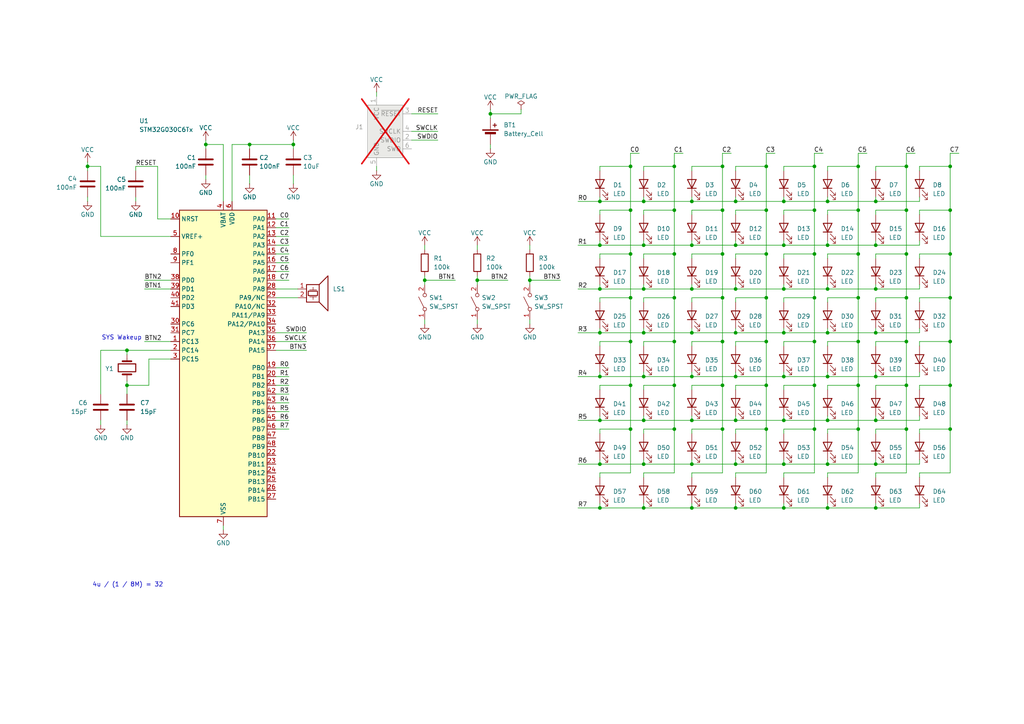
<source format=kicad_sch>
(kicad_sch (version 20250114) (generator "eeschema") (generator_version "9.0")
  (paper "A4")
  (text "SYS Wakeup" (at 35.306 98.044 0) (effects (font (size 1.27 1.27))))
  (text "4u / (1 / 8M) = 32" (at 37.084 169.672 0) (effects (font (size 1.27 1.27))))
  (junction (at 248.92 99.06))
  (junction (at 209.55 124.46))
  (junction (at 240.03 71.12))
  (junction (at 236.22 60.96))
  (junction (at 254 58.42))
  (junction (at 236.22 99.06))
  (junction (at 213.36 121.92))
  (junction (at 213.36 109.22))
  (junction (at 182.88 86.36))
  (junction (at 240.03 109.22))
  (junction (at 213.36 58.42))
  (junction (at 248.92 86.36))
  (junction (at 213.36 134.62))
  (junction (at 36.83 111.76))
  (junction (at 222.25 124.46))
  (junction (at 182.88 99.06))
  (junction (at 213.36 96.52))
  (junction (at 240.03 121.92))
  (junction (at 227.33 71.12))
  (junction (at 173.99 121.92))
  (junction (at 248.92 60.96))
  (junction (at 173.99 134.62))
  (junction (at 227.33 96.52))
  (junction (at 209.55 48.26))
  (junction (at 123.19 81.28))
  (junction (at 25.4 48.26))
  (junction (at 209.55 86.36))
  (junction (at 262.89 48.26))
  (junction (at 240.03 147.32))
  (junction (at 195.58 99.06))
  (junction (at 236.22 124.46))
  (junction (at 186.69 109.22))
  (junction (at 262.89 73.66))
  (junction (at 222.25 73.66))
  (junction (at 213.36 71.12))
  (junction (at 182.88 60.96))
  (junction (at 36.83 101.6))
  (junction (at 236.22 73.66))
  (junction (at 275.59 86.36))
  (junction (at 222.25 99.06))
  (junction (at 275.59 99.06))
  (junction (at 227.33 147.32))
  (junction (at 262.89 60.96))
  (junction (at 222.25 111.76))
  (junction (at 227.33 58.42))
  (junction (at 59.69 41.91))
  (junction (at 254 121.92))
  (junction (at 72.39 41.91))
  (junction (at 200.66 83.82))
  (junction (at 195.58 73.66))
  (junction (at 209.55 99.06))
  (junction (at 173.99 58.42))
  (junction (at 227.33 109.22))
  (junction (at 186.69 96.52))
  (junction (at 254 147.32))
  (junction (at 275.59 111.76))
  (junction (at 186.69 58.42))
  (junction (at 186.69 83.82))
  (junction (at 248.92 111.76))
  (junction (at 182.88 111.76))
  (junction (at 254 83.82))
  (junction (at 195.58 48.26))
  (junction (at 213.36 83.82))
  (junction (at 138.43 81.28))
  (junction (at 222.25 48.26))
  (junction (at 186.69 121.92))
  (junction (at 236.22 111.76))
  (junction (at 195.58 86.36))
  (junction (at 173.99 83.82))
  (junction (at 173.99 109.22))
  (junction (at 248.92 73.66))
  (junction (at 153.67 81.28))
  (junction (at 209.55 73.66))
  (junction (at 227.33 121.92))
  (junction (at 200.66 134.62))
  (junction (at 262.89 124.46))
  (junction (at 173.99 71.12))
  (junction (at 236.22 48.26))
  (junction (at 236.22 86.36))
  (junction (at 275.59 124.46))
  (junction (at 254 96.52))
  (junction (at 200.66 71.12))
  (junction (at 186.69 134.62))
  (junction (at 262.89 111.76))
  (junction (at 254 109.22))
  (junction (at 173.99 147.32))
  (junction (at 248.92 48.26))
  (junction (at 200.66 58.42))
  (junction (at 209.55 111.76))
  (junction (at 254 134.62))
  (junction (at 248.92 124.46))
  (junction (at 85.09 41.91))
  (junction (at 275.59 60.96))
  (junction (at 222.25 86.36))
  (junction (at 200.66 109.22))
  (junction (at 195.58 111.76))
  (junction (at 209.55 60.96))
  (junction (at 227.33 134.62))
  (junction (at 200.66 121.92))
  (junction (at 254 71.12))
  (junction (at 240.03 58.42))
  (junction (at 240.03 83.82))
  (junction (at 275.59 73.66))
  (junction (at 182.88 48.26))
  (junction (at 195.58 60.96))
  (junction (at 182.88 124.46))
  (junction (at 173.99 96.52))
  (junction (at 200.66 147.32))
  (junction (at 213.36 147.32))
  (junction (at 142.24 33.02))
  (junction (at 195.58 124.46))
  (junction (at 240.03 134.62))
  (junction (at 262.89 86.36))
  (junction (at 227.33 83.82))
  (junction (at 200.66 96.52))
  (junction (at 240.03 96.52))
  (junction (at 262.89 99.06))
  (junction (at 186.69 147.32))
  (junction (at 186.69 71.12))
  (junction (at 222.25 60.96))
  (junction (at 182.88 73.66))
  (junction (at 275.59 48.26))
  (wire (pts (xy 39.37 49.53) (xy 39.37 48.26)))
  (wire (pts (xy 109.22 48.26) (xy 109.22 49.53)))
  (wire (pts (xy 240.03 62.23) (xy 240.03 60.96)))
  (wire (pts (xy 153.67 71.12) (xy 153.67 72.39)))
  (wire (pts (xy 240.03 137.16) (xy 248.92 137.16)))
  (wire (pts (xy 213.36 96.52) (xy 227.33 96.52)))
  (wire (pts (xy 182.88 86.36) (xy 182.88 99.06)))
  (wire (pts (xy 240.03 120.65) (xy 240.03 121.92)))
  (wire (pts (xy 72.39 43.18) (xy 72.39 41.91)))
  (wire (pts (xy 173.99 124.46) (xy 182.88 124.46)))
  (wire (pts (xy 213.36 82.55) (xy 213.36 83.82)))
  (wire (pts (xy 200.66 96.52) (xy 213.36 96.52)))
  (wire (pts (xy 200.66 87.63) (xy 200.66 86.36)))
  (wire (pts (xy 200.66 86.36) (xy 209.55 86.36)))
  (wire (pts (xy 80.01 99.06) (xy 88.9 99.06)))
  (wire (pts (xy 186.69 57.15) (xy 186.69 58.42)))
  (wire (pts (xy 59.69 40.64) (xy 59.69 41.91)))
  (wire (pts (xy 80.01 116.84) (xy 83.82 116.84)))
  (wire (pts (xy 123.19 71.12) (xy 123.19 72.39)))
  (wire (pts (xy 209.55 111.76) (xy 209.55 124.46)))
  (wire (pts (xy 227.33 96.52) (xy 240.03 96.52)))
  (wire (pts (xy 227.33 134.62) (xy 240.03 134.62)))
  (wire (pts (xy 43.18 104.14) (xy 49.53 104.14)))
  (wire (pts (xy 186.69 73.66) (xy 195.58 73.66)))
  (wire (pts (xy 200.66 74.93) (xy 200.66 73.66)))
  (wire (pts (xy 186.69 113.03) (xy 186.69 111.76)))
  (wire (pts (xy 182.88 99.06) (xy 182.88 111.76)))
  (wire (pts (xy 213.36 109.22) (xy 227.33 109.22)))
  (wire (pts (xy 240.03 48.26) (xy 248.92 48.26)))
  (wire (pts (xy 240.03 48.26) (xy 240.03 49.53)))
  (wire (pts (xy 227.33 87.63) (xy 227.33 86.36)))
  (wire (pts (xy 213.36 74.93) (xy 213.36 73.66)))
  (wire (pts (xy 80.01 66.04) (xy 83.82 66.04)))
  (wire (pts (xy 266.7 100.33) (xy 266.7 99.06)))
  (wire (pts (xy 195.58 73.66) (xy 195.58 86.36)))
  (wire (pts (xy 195.58 124.46) (xy 195.58 137.16)))
  (wire (pts (xy 222.25 44.45) (xy 224.79 44.45)))
  (wire (pts (xy 123.19 81.28) (xy 132.08 81.28)))
  (wire (pts (xy 186.69 121.92) (xy 200.66 121.92)))
  (wire (pts (xy 254 146.05) (xy 254 147.32)))
  (wire (pts (xy 186.69 147.32) (xy 200.66 147.32)))
  (wire (pts (xy 240.03 125.73) (xy 240.03 124.46)))
  (wire (pts (xy 227.33 147.32) (xy 240.03 147.32)))
  (wire (pts (xy 167.64 96.52) (xy 173.99 96.52)))
  (wire (pts (xy 200.66 121.92) (xy 213.36 121.92)))
  (wire (pts (xy 25.4 48.26) (xy 25.4 49.53)))
  (wire (pts (xy 262.89 111.76) (xy 262.89 124.46)))
  (wire (pts (xy 200.66 133.35) (xy 200.66 134.62)))
  (wire (pts (xy 173.99 95.25) (xy 173.99 96.52)))
  (wire (pts (xy 173.99 62.23) (xy 173.99 60.96)))
  (wire (pts (xy 262.89 60.96) (xy 262.89 73.66)))
  (wire (pts (xy 240.03 83.82) (xy 254 83.82)))
  (wire (pts (xy 213.36 99.06) (xy 222.25 99.06)))
  (wire (pts (xy 266.7 107.95) (xy 266.7 109.22)))
  (wire (pts (xy 186.69 125.73) (xy 186.69 124.46)))
  (wire (pts (xy 167.64 58.42) (xy 173.99 58.42)))
  (wire (pts (xy 109.22 26.67) (xy 109.22 27.94)))
  (wire (pts (xy 142.24 31.75) (xy 142.24 33.02)))
  (wire (pts (xy 142.24 33.02) (xy 151.13 33.02)))
  (wire (pts (xy 80.01 71.12) (xy 83.82 71.12)))
  (wire (pts (xy 167.64 83.82) (xy 173.99 83.82)))
  (wire (pts (xy 266.7 99.06) (xy 275.59 99.06)))
  (wire (pts (xy 266.7 62.23) (xy 266.7 60.96)))
  (wire (pts (xy 195.58 111.76) (xy 195.58 124.46)))
  (wire (pts (xy 36.83 101.6) (xy 49.53 101.6)))
  (wire (pts (xy 167.64 147.32) (xy 173.99 147.32)))
  (wire (pts (xy 240.03 121.92) (xy 254 121.92)))
  (wire (pts (xy 173.99 48.26) (xy 182.88 48.26)))
  (wire (pts (xy 275.59 44.45) (xy 278.13 44.45)))
  (wire (pts (xy 209.55 86.36) (xy 209.55 99.06)))
  (wire (pts (xy 213.36 71.12) (xy 227.33 71.12)))
  (wire (pts (xy 200.66 57.15) (xy 200.66 58.42)))
  (wire (pts (xy 248.92 48.26) (xy 248.92 60.96)))
  (wire (pts (xy 80.01 86.36) (xy 86.36 86.36)))
  (wire (pts (xy 266.7 87.63) (xy 266.7 86.36)))
  (wire (pts (xy 213.36 48.26) (xy 222.25 48.26)))
  (wire (pts (xy 41.91 83.82) (xy 49.53 83.82)))
  (wire (pts (xy 275.59 48.26) (xy 275.59 60.96)))
  (wire (pts (xy 240.03 109.22) (xy 254 109.22)))
  (wire (pts (xy 142.24 34.29) (xy 142.24 33.02)))
  (wire (pts (xy 262.89 73.66) (xy 262.89 86.36)))
  (wire (pts (xy 186.69 99.06) (xy 195.58 99.06)))
  (wire (pts (xy 209.55 44.45) (xy 209.55 48.26)))
  (wire (pts (xy 167.64 134.62) (xy 173.99 134.62)))
  (wire (pts (xy 173.99 147.32) (xy 186.69 147.32)))
  (wire (pts (xy 186.69 87.63) (xy 186.69 86.36)))
  (wire (pts (xy 64.77 152.4) (xy 64.77 153.67)))
  (wire (pts (xy 173.99 146.05) (xy 173.99 147.32)))
  (wire (pts (xy 240.03 138.43) (xy 240.03 137.16)))
  (wire (pts (xy 173.99 48.26) (xy 173.99 49.53)))
  (wire (pts (xy 236.22 99.06) (xy 236.22 111.76)))
  (wire (pts (xy 186.69 109.22) (xy 200.66 109.22)))
  (wire (pts (xy 266.7 86.36) (xy 275.59 86.36)))
  (wire (pts (xy 227.33 107.95) (xy 227.33 109.22)))
  (wire (pts (xy 123.19 80.01) (xy 123.19 81.28)))
  (wire (pts (xy 186.69 58.42) (xy 200.66 58.42)))
  (wire (pts (xy 182.88 44.45) (xy 182.88 48.26)))
  (wire (pts (xy 167.64 121.92) (xy 173.99 121.92)))
  (wire (pts (xy 227.33 60.96) (xy 236.22 60.96)))
  (wire (pts (xy 200.66 82.55) (xy 200.66 83.82)))
  (wire (pts (xy 213.36 138.43) (xy 213.36 137.16)))
  (wire (pts (xy 254 87.63) (xy 254 86.36)))
  (wire (pts (xy 227.33 121.92) (xy 240.03 121.92)))
  (wire (pts (xy 173.99 58.42) (xy 186.69 58.42)))
  (wire (pts (xy 200.66 107.95) (xy 200.66 109.22)))
  (wire (pts (xy 39.37 57.15) (xy 39.37 58.42)))
  (wire (pts (xy 186.69 96.52) (xy 200.66 96.52)))
  (wire (pts (xy 275.59 60.96) (xy 275.59 73.66)))
  (wire (pts (xy 266.7 113.03) (xy 266.7 111.76)))
  (wire (pts (xy 254 133.35) (xy 254 134.62)))
  (wire (pts (xy 227.33 71.12) (xy 240.03 71.12)))
  (wire (pts (xy 200.66 58.42) (xy 213.36 58.42)))
  (wire (pts (xy 227.33 125.73) (xy 227.33 124.46)))
  (wire (pts (xy 254 107.95) (xy 254 109.22)))
  (wire (pts (xy 213.36 125.73) (xy 213.36 124.46)))
  (wire (pts (xy 266.7 120.65) (xy 266.7 121.92)))
  (wire (pts (xy 227.33 111.76) (xy 236.22 111.76)))
  (wire (pts (xy 80.01 73.66) (xy 83.82 73.66)))
  (wire (pts (xy 29.21 121.92) (xy 29.21 123.19)))
  (wire (pts (xy 80.01 111.76) (xy 83.82 111.76)))
  (wire (pts (xy 254 48.26) (xy 262.89 48.26)))
  (wire (pts (xy 80.01 78.74) (xy 83.82 78.74)))
  (wire (pts (xy 227.33 100.33) (xy 227.33 99.06)))
  (wire (pts (xy 213.36 83.82) (xy 227.33 83.82)))
  (wire (pts (xy 138.43 80.01) (xy 138.43 81.28)))
  (wire (pts (xy 240.03 73.66) (xy 248.92 73.66)))
  (wire (pts (xy 227.33 58.42) (xy 240.03 58.42)))
  (wire (pts (xy 227.33 99.06) (xy 236.22 99.06)))
  (wire (pts (xy 195.58 60.96) (xy 195.58 73.66)))
  (wire (pts (xy 266.7 124.46) (xy 275.59 124.46)))
  (wire (pts (xy 240.03 113.03) (xy 240.03 111.76)))
  (wire (pts (xy 173.99 60.96) (xy 182.88 60.96)))
  (wire (pts (xy 59.69 50.8) (xy 59.69 52.07)))
  (wire (pts (xy 275.59 73.66) (xy 275.59 86.36)))
  (wire (pts (xy 222.25 86.36) (xy 222.25 99.06)))
  (wire (pts (xy 213.36 73.66) (xy 222.25 73.66)))
  (wire (pts (xy 85.09 43.18) (xy 85.09 41.91)))
  (wire (pts (xy 173.99 109.22) (xy 186.69 109.22)))
  (wire (pts (xy 222.25 73.66) (xy 222.25 86.36)))
  (wire (pts (xy 275.59 86.36) (xy 275.59 99.06)))
  (wire (pts (xy 266.7 125.73) (xy 266.7 124.46)))
  (wire (pts (xy 240.03 82.55) (xy 240.03 83.82)))
  (wire (pts (xy 80.01 119.38) (xy 83.82 119.38)))
  (wire (pts (xy 200.66 120.65) (xy 200.66 121.92)))
  (wire (pts (xy 173.99 57.15) (xy 173.99 58.42)))
  (wire (pts (xy 41.91 81.28) (xy 49.53 81.28)))
  (wire (pts (xy 186.69 60.96) (xy 195.58 60.96)))
  (wire (pts (xy 173.99 86.36) (xy 182.88 86.36)))
  (wire (pts (xy 248.92 86.36) (xy 248.92 99.06)))
  (wire (pts (xy 182.88 48.26) (xy 182.88 60.96)))
  (wire (pts (xy 182.88 111.76) (xy 182.88 124.46)))
  (wire (pts (xy 186.69 137.16) (xy 195.58 137.16)))
  (wire (pts (xy 266.7 95.25) (xy 266.7 96.52)))
  (wire (pts (xy 266.7 137.16) (xy 275.59 137.16)))
  (wire (pts (xy 43.18 104.14) (xy 43.18 111.76)))
  (wire (pts (xy 142.24 41.91) (xy 142.24 43.18)))
  (wire (pts (xy 173.99 134.62) (xy 186.69 134.62)))
  (wire (pts (xy 80.01 68.58) (xy 83.82 68.58)))
  (wire (pts (xy 173.99 83.82) (xy 186.69 83.82)))
  (wire (pts (xy 254 147.32) (xy 266.7 147.32)))
  (wire (pts (xy 254 120.65) (xy 254 121.92)))
  (wire (pts (xy 85.09 40.64) (xy 85.09 41.91)))
  (wire (pts (xy 186.69 100.33) (xy 186.69 99.06)))
  (wire (pts (xy 123.19 81.28) (xy 123.19 82.55)))
  (wire (pts (xy 248.92 124.46) (xy 248.92 137.16)))
  (wire (pts (xy 209.55 124.46) (xy 209.55 137.16)))
  (wire (pts (xy 254 95.25) (xy 254 96.52)))
  (wire (pts (xy 200.66 111.76) (xy 209.55 111.76)))
  (wire (pts (xy 213.36 57.15) (xy 213.36 58.42)))
  (wire (pts (xy 213.36 58.42) (xy 227.33 58.42)))
  (wire (pts (xy 213.36 111.76) (xy 222.25 111.76)))
  (wire (pts (xy 262.89 44.45) (xy 262.89 48.26)))
  (wire (pts (xy 200.66 60.96) (xy 209.55 60.96)))
  (wire (pts (xy 186.69 120.65) (xy 186.69 121.92)))
  (wire (pts (xy 236.22 44.45) (xy 238.76 44.45)))
  (wire (pts (xy 213.36 146.05) (xy 213.36 147.32)))
  (wire (pts (xy 266.7 133.35) (xy 266.7 134.62)))
  (wire (pts (xy 138.43 92.71) (xy 138.43 93.98)))
  (wire (pts (xy 213.36 137.16) (xy 222.25 137.16)))
  (wire (pts (xy 240.03 107.95) (xy 240.03 109.22)))
  (wire (pts (xy 227.33 48.26) (xy 236.22 48.26)))
  (wire (pts (xy 209.55 99.06) (xy 209.55 111.76)))
  (wire (pts (xy 186.69 48.26) (xy 186.69 49.53)))
  (wire (pts (xy 41.91 99.06) (xy 49.53 99.06)))
  (wire (pts (xy 29.21 68.58) (xy 29.21 48.26)))
  (wire (pts (xy 195.58 99.06) (xy 195.58 111.76)))
  (wire (pts (xy 262.89 99.06) (xy 262.89 111.76)))
  (wire (pts (xy 153.67 80.01) (xy 153.67 81.28)))
  (wire (pts (xy 186.69 124.46) (xy 195.58 124.46)))
  (wire (pts (xy 186.69 138.43) (xy 186.69 137.16)))
  (wire (pts (xy 173.99 121.92) (xy 186.69 121.92)))
  (wire (pts (xy 248.92 44.45) (xy 248.92 48.26)))
  (wire (pts (xy 266.7 57.15) (xy 266.7 58.42)))
  (wire (pts (xy 227.33 83.82) (xy 240.03 83.82)))
  (wire (pts (xy 222.25 99.06) (xy 222.25 111.76)))
  (wire (pts (xy 227.33 69.85) (xy 227.33 71.12)))
  (wire (pts (xy 36.83 114.3) (xy 36.83 111.76)))
  (wire (pts (xy 186.69 95.25) (xy 186.69 96.52)))
  (wire (pts (xy 227.33 120.65) (xy 227.33 121.92)))
  (wire (pts (xy 240.03 60.96) (xy 248.92 60.96)))
  (wire (pts (xy 236.22 124.46) (xy 236.22 137.16)))
  (wire (pts (xy 173.99 137.16) (xy 182.88 137.16)))
  (wire (pts (xy 173.99 107.95) (xy 173.99 109.22)))
  (wire (pts (xy 254 134.62) (xy 266.7 134.62)))
  (wire (pts (xy 186.69 133.35) (xy 186.69 134.62)))
  (wire (pts (xy 173.99 113.03) (xy 173.99 111.76)))
  (wire (pts (xy 72.39 50.8) (xy 72.39 53.34)))
  (wire (pts (xy 173.99 74.93) (xy 173.99 73.66)))
  (wire (pts (xy 186.69 69.85) (xy 186.69 71.12)))
  (wire (pts (xy 275.59 44.45) (xy 275.59 48.26)))
  (wire (pts (xy 266.7 48.26) (xy 266.7 49.53)))
  (wire (pts (xy 173.99 96.52) (xy 186.69 96.52)))
  (wire (pts (xy 240.03 86.36) (xy 248.92 86.36)))
  (wire (pts (xy 275.59 99.06) (xy 275.59 111.76)))
  (wire (pts (xy 254 121.92) (xy 266.7 121.92)))
  (wire (pts (xy 186.69 74.93) (xy 186.69 73.66)))
  (wire (pts (xy 275.59 124.46) (xy 275.59 137.16)))
  (wire (pts (xy 213.36 48.26) (xy 213.36 49.53)))
  (wire (pts (xy 36.83 101.6) (xy 29.21 101.6)))
  (wire (pts (xy 186.69 107.95) (xy 186.69 109.22)))
  (wire (pts (xy 200.66 95.25) (xy 200.66 96.52)))
  (wire (pts (xy 262.89 48.26) (xy 262.89 60.96)))
  (wire (pts (xy 266.7 146.05) (xy 266.7 147.32)))
  (wire (pts (xy 240.03 87.63) (xy 240.03 86.36)))
  (wire (pts (xy 80.01 83.82) (xy 86.36 83.82)))
  (wire (pts (xy 64.77 41.91) (xy 59.69 41.91)))
  (wire (pts (xy 227.33 73.66) (xy 236.22 73.66)))
  (wire (pts (xy 182.88 44.45) (xy 185.42 44.45)))
  (wire (pts (xy 200.66 62.23) (xy 200.66 60.96)))
  (wire (pts (xy 138.43 81.28) (xy 138.43 82.55)))
  (wire (pts (xy 153.67 81.28) (xy 153.67 82.55)))
  (wire (pts (xy 119.38 33.02) (xy 127 33.02)))
  (wire (pts (xy 167.64 71.12) (xy 173.99 71.12)))
  (wire (pts (xy 262.89 124.46) (xy 262.89 137.16)))
  (wire (pts (xy 153.67 81.28) (xy 162.56 81.28)))
  (wire (pts (xy 200.66 48.26) (xy 200.66 49.53)))
  (wire (pts (xy 227.33 95.25) (xy 227.33 96.52)))
  (wire (pts (xy 254 99.06) (xy 262.89 99.06)))
  (wire (pts (xy 227.33 62.23) (xy 227.33 60.96)))
  (wire (pts (xy 254 57.15) (xy 254 58.42)))
  (wire (pts (xy 186.69 111.76) (xy 195.58 111.76)))
  (wire (pts (xy 213.36 107.95) (xy 213.36 109.22)))
  (wire (pts (xy 240.03 134.62) (xy 254 134.62)))
  (wire (pts (xy 213.36 113.03) (xy 213.36 111.76)))
  (wire (pts (xy 119.38 40.64) (xy 127 40.64)))
  (wire (pts (xy 213.36 134.62) (xy 227.33 134.62)))
  (wire (pts (xy 254 83.82) (xy 266.7 83.82)))
  (wire (pts (xy 236.22 60.96) (xy 236.22 73.66)))
  (wire (pts (xy 25.4 57.15) (xy 25.4 58.42)))
  (wire (pts (xy 254 69.85) (xy 254 71.12)))
  (wire (pts (xy 200.66 71.12) (xy 213.36 71.12)))
  (wire (pts (xy 266.7 60.96) (xy 275.59 60.96)))
  (wire (pts (xy 195.58 48.26) (xy 195.58 60.96)))
  (wire (pts (xy 200.66 147.32) (xy 213.36 147.32)))
  (wire (pts (xy 240.03 96.52) (xy 254 96.52)))
  (wire (pts (xy 195.58 86.36) (xy 195.58 99.06)))
  (wire (pts (xy 200.66 146.05) (xy 200.66 147.32)))
  (wire (pts (xy 254 48.26) (xy 254 49.53)))
  (wire (pts (xy 173.99 111.76) (xy 182.88 111.76)))
  (wire (pts (xy 262.89 86.36) (xy 262.89 99.06)))
  (wire (pts (xy 222.25 111.76) (xy 222.25 124.46)))
  (wire (pts (xy 254 60.96) (xy 262.89 60.96)))
  (wire (pts (xy 254 138.43) (xy 254 137.16)))
  (wire (pts (xy 266.7 138.43) (xy 266.7 137.16)))
  (wire (pts (xy 200.66 83.82) (xy 213.36 83.82)))
  (wire (pts (xy 80.01 114.3) (xy 83.82 114.3)))
  (wire (pts (xy 213.36 100.33) (xy 213.36 99.06)))
  (wire (pts (xy 182.88 60.96) (xy 182.88 73.66)))
  (wire (pts (xy 227.33 82.55) (xy 227.33 83.82)))
  (wire (pts (xy 266.7 111.76) (xy 275.59 111.76)))
  (wire (pts (xy 195.58 44.45) (xy 195.58 48.26)))
  (wire (pts (xy 213.36 133.35) (xy 213.36 134.62)))
  (wire (pts (xy 59.69 41.91) (xy 59.69 43.18)))
  (wire (pts (xy 222.25 124.46) (xy 222.25 137.16)))
  (wire (pts (xy 138.43 81.28) (xy 147.32 81.28)))
  (wire (pts (xy 151.13 31.75) (xy 151.13 33.02)))
  (wire (pts (xy 213.36 60.96) (xy 222.25 60.96)))
  (wire (pts (xy 213.36 87.63) (xy 213.36 86.36)))
  (wire (pts (xy 227.33 146.05) (xy 227.33 147.32)))
  (wire (pts (xy 213.36 95.25) (xy 213.36 96.52)))
  (wire (pts (xy 227.33 133.35) (xy 227.33 134.62)))
  (wire (pts (xy 236.22 86.36) (xy 236.22 99.06)))
  (wire (pts (xy 200.66 134.62) (xy 213.36 134.62)))
  (wire (pts (xy 80.01 76.2) (xy 83.82 76.2)))
  (wire (pts (xy 45.72 48.26) (xy 45.72 63.5)))
  (wire (pts (xy 153.67 92.71) (xy 153.67 93.98)))
  (wire (pts (xy 275.59 111.76) (xy 275.59 124.46)))
  (wire (pts (xy 186.69 134.62) (xy 200.66 134.62)))
  (wire (pts (xy 227.33 113.03) (xy 227.33 111.76)))
  (wire (pts (xy 236.22 48.26) (xy 236.22 60.96)))
  (wire (pts (xy 213.36 120.65) (xy 213.36 121.92)))
  (wire (pts (xy 266.7 74.93) (xy 266.7 73.66)))
  (wire (pts (xy 240.03 69.85) (xy 240.03 71.12)))
  (wire (pts (xy 173.99 99.06) (xy 182.88 99.06)))
  (wire (pts (xy 39.37 48.26) (xy 45.72 48.26)))
  (wire (pts (xy 227.33 109.22) (xy 240.03 109.22)))
  (wire (pts (xy 200.66 137.16) (xy 209.55 137.16)))
  (wire (pts (xy 213.36 147.32) (xy 227.33 147.32)))
  (wire (pts (xy 236.22 44.45) (xy 236.22 48.26)))
  (wire (pts (xy 64.77 41.91) (xy 64.77 58.42)))
  (wire (pts (xy 29.21 101.6) (xy 29.21 114.3)))
  (wire (pts (xy 236.22 73.66) (xy 236.22 86.36)))
  (wire (pts (xy 80.01 63.5) (xy 83.82 63.5)))
  (wire (pts (xy 227.33 48.26) (xy 227.33 49.53)))
  (wire (pts (xy 213.36 121.92) (xy 227.33 121.92)))
  (wire (pts (xy 43.18 111.76) (xy 36.83 111.76)))
  (wire (pts (xy 222.25 48.26) (xy 222.25 60.96)))
  (wire (pts (xy 80.01 106.68) (xy 83.82 106.68)))
  (wire (pts (xy 254 113.03) (xy 254 111.76)))
  (wire (pts (xy 167.64 109.22) (xy 173.99 109.22)))
  (wire (pts (xy 227.33 138.43) (xy 227.33 137.16)))
  (wire (pts (xy 254 125.73) (xy 254 124.46)))
  (wire (pts (xy 186.69 82.55) (xy 186.69 83.82)))
  (wire (pts (xy 200.66 48.26) (xy 209.55 48.26)))
  (wire (pts (xy 36.83 102.87) (xy 36.83 101.6)))
  (wire (pts (xy 254 100.33) (xy 254 99.06)))
  (wire (pts (xy 209.55 48.26) (xy 209.55 60.96)))
  (wire (pts (xy 195.58 44.45) (xy 198.12 44.45)))
  (wire (pts (xy 200.66 125.73) (xy 200.66 124.46)))
  (wire (pts (xy 227.33 124.46) (xy 236.22 124.46)))
  (wire (pts (xy 240.03 58.42) (xy 254 58.42)))
  (wire (pts (xy 123.19 92.71) (xy 123.19 93.98)))
  (wire (pts (xy 266.7 73.66) (xy 275.59 73.66)))
  (wire (pts (xy 227.33 74.93) (xy 227.33 73.66)))
  (wire (pts (xy 240.03 74.93) (xy 240.03 73.66)))
  (wire (pts (xy 173.99 133.35) (xy 173.99 134.62)))
  (wire (pts (xy 254 111.76) (xy 262.89 111.76)))
  (wire (pts (xy 213.36 69.85) (xy 213.36 71.12)))
  (wire (pts (xy 173.99 120.65) (xy 173.99 121.92)))
  (wire (pts (xy 182.88 124.46) (xy 182.88 137.16)))
  (wire (pts (xy 262.89 44.45) (xy 265.43 44.45)))
  (wire (pts (xy 254 96.52) (xy 266.7 96.52)))
  (wire (pts (xy 173.99 87.63) (xy 173.99 86.36)))
  (wire (pts (xy 222.25 60.96) (xy 222.25 73.66)))
  (wire (pts (xy 80.01 101.6) (xy 88.9 101.6)))
  (wire (pts (xy 248.92 111.76) (xy 248.92 124.46)))
  (wire (pts (xy 45.72 63.5) (xy 49.53 63.5)))
  (wire (pts (xy 186.69 71.12) (xy 200.66 71.12)))
  (wire (pts (xy 80.01 109.22) (xy 83.82 109.22)))
  (wire (pts (xy 240.03 111.76) (xy 248.92 111.76)))
  (wire (pts (xy 173.99 71.12) (xy 186.69 71.12)))
  (wire (pts (xy 266.7 82.55) (xy 266.7 83.82)))
  (wire (pts (xy 36.83 121.92) (xy 36.83 123.19)))
  (wire (pts (xy 240.03 95.25) (xy 240.03 96.52)))
  (wire (pts (xy 213.36 62.23) (xy 213.36 60.96)))
  (wire (pts (xy 209.55 44.45) (xy 212.09 44.45)))
  (wire (pts (xy 248.92 73.66) (xy 248.92 86.36)))
  (wire (pts (xy 200.66 100.33) (xy 200.66 99.06)))
  (wire (pts (xy 248.92 44.45) (xy 251.46 44.45)))
  (wire (pts (xy 254 73.66) (xy 262.89 73.66)))
  (wire (pts (xy 240.03 146.05) (xy 240.03 147.32)))
  (wire (pts (xy 119.38 38.1) (xy 127 38.1)))
  (wire (pts (xy 29.21 48.26) (xy 25.4 48.26)))
  (wire (pts (xy 25.4 46.99) (xy 25.4 48.26)))
  (wire (pts (xy 240.03 57.15) (xy 240.03 58.42)))
  (wire (pts (xy 200.66 138.43) (xy 200.66 137.16)))
  (wire (pts (xy 227.33 57.15) (xy 227.33 58.42)))
  (wire (pts (xy 200.66 69.85) (xy 200.66 71.12)))
  (wire (pts (xy 200.66 73.66) (xy 209.55 73.66)))
  (wire (pts (xy 200.66 99.06) (xy 209.55 99.06)))
  (wire (pts (xy 240.03 71.12) (xy 254 71.12)))
  (wire (pts (xy 173.99 69.85) (xy 173.99 71.12)))
  (wire (pts (xy 236.22 111.76) (xy 236.22 124.46)))
  (wire (pts (xy 266.7 48.26) (xy 275.59 48.26)))
  (wire (pts (xy 80.01 96.52) (xy 88.9 96.52)))
  (wire (pts (xy 49.53 68.58) (xy 29.21 68.58)))
  (wire (pts (xy 173.99 138.43) (xy 173.99 137.16)))
  (wire (pts (xy 227.33 86.36) (xy 236.22 86.36)))
  (wire (pts (xy 182.88 73.66) (xy 182.88 86.36)))
  (wire (pts (xy 67.31 41.91) (xy 67.31 58.42)))
  (wire (pts (xy 173.99 82.55) (xy 173.99 83.82)))
  (wire (pts (xy 173.99 73.66) (xy 182.88 73.66)))
  (wire (pts (xy 254 62.23) (xy 254 60.96)))
  (wire (pts (xy 85.09 41.91) (xy 72.39 41.91)))
  (wire (pts (xy 240.03 124.46) (xy 248.92 124.46)))
  (wire (pts (xy 222.25 44.45) (xy 222.25 48.26)))
  (wire (pts (xy 227.33 137.16) (xy 236.22 137.16)))
  (wire (pts (xy 186.69 146.05) (xy 186.69 147.32)))
  (wire (pts (xy 213.36 124.46) (xy 222.25 124.46)))
  (wire (pts (xy 80.01 124.46) (xy 83.82 124.46)))
  (wire (pts (xy 36.83 111.76) (xy 36.83 110.49)))
  (wire (pts (xy 200.66 109.22) (xy 213.36 109.22)))
  (wire (pts (xy 266.7 69.85) (xy 266.7 71.12)))
  (wire (pts (xy 248.92 99.06) (xy 248.92 111.76)))
  (wire (pts (xy 240.03 99.06) (xy 248.92 99.06)))
  (wire (pts (xy 200.66 113.03) (xy 200.66 111.76)))
  (wire (pts (xy 186.69 62.23) (xy 186.69 60.96)))
  (wire (pts (xy 254 109.22) (xy 266.7 109.22)))
  (wire (pts (xy 209.55 73.66) (xy 209.55 86.36)))
  (wire (pts (xy 186.69 83.82) (xy 200.66 83.82)))
  (wire (pts (xy 200.66 124.46) (xy 209.55 124.46)))
  (wire (pts (xy 80.01 81.28) (xy 83.82 81.28)))
  (wire (pts (xy 138.43 71.12) (xy 138.43 72.39)))
  (wire (pts (xy 254 58.42) (xy 266.7 58.42)))
  (wire (pts (xy 186.69 86.36) (xy 195.58 86.36)))
  (wire (pts (xy 240.03 100.33) (xy 240.03 99.06)))
  (wire (pts (xy 209.55 60.96) (xy 209.55 73.66)))
  (wire (pts (xy 240.03 147.32) (xy 254 147.32)))
  (wire (pts (xy 173.99 100.33) (xy 173.99 99.06)))
  (wire (pts (xy 72.39 41.91) (xy 67.31 41.91)))
  (wire (pts (xy 248.92 60.96) (xy 248.92 73.66)))
  (wire (pts (xy 254 124.46) (xy 262.89 124.46)))
  (wire (pts (xy 254 71.12) (xy 266.7 71.12)))
  (wire (pts (xy 213.36 86.36) (xy 222.25 86.36)))
  (wire (pts (xy 85.09 50.8) (xy 85.09 53.34)))
  (wire (pts (xy 254 82.55) (xy 254 83.82)))
  (wire (pts (xy 186.69 48.26) (xy 195.58 48.26)))
  (wire (pts (xy 254 86.36) (xy 262.89 86.36)))
  (wire (pts (xy 80.01 121.92) (xy 83.82 121.92)))
  (wire (pts (xy 254 74.93) (xy 254 73.66)))
  (wire (pts (xy 240.03 133.35) (xy 240.03 134.62)))
  (wire (pts (xy 254 137.16) (xy 262.89 137.16)))
  (wire (pts (xy 173.99 125.73) (xy 173.99 124.46)))
  (label "R4" (at 167.64 109.22 0))
  (label "C3" (at 83.82 71.12 180))
  (label "RESET" (at 127 33.02 180))
  (label "R6" (at 83.82 121.92 180))
  (label "R5" (at 167.64 121.92 0))
  (label "C5" (at 251.46 44.45 180))
  (label "BTN2" (at 41.91 81.28 0))
  (label "C2" (at 83.82 68.58 180))
  (label "R0" (at 167.64 58.42 0))
  (label "C6" (at 83.82 78.74 180))
  (label "C6" (at 265.43 44.45 180))
  (label "C1" (at 198.12 44.45 180))
  (label "R2" (at 167.64 83.82 0))
  (label "C4" (at 238.76 44.45 180))
  (label "BTN1" (at 132.08 81.28 180))
  (label "R4" (at 83.82 116.84 180))
  (label "C7" (at 278.13 44.45 180))
  (label "BTN2" (at 147.32 81.28 180))
  (label "R1" (at 83.82 109.22 180))
  (label "C3" (at 224.79 44.45 180))
  (label "R1" (at 167.64 71.12 0))
  (label "R2" (at 83.82 111.76 180))
  (label "SWCLK" (at 88.9 99.06 180))
  (label "C5" (at 83.82 76.2 180))
  (label "BTN3" (at 162.56 81.28 180))
  (label "R0" (at 83.82 106.68 180))
  (label "SWDIO" (at 127 40.64 180))
  (label "R3" (at 167.64 96.52 0))
  (label "R7" (at 83.82 124.46 180))
  (label "C1" (at 83.82 66.04 180))
  (label "BTN3" (at 88.9 101.6 180))
  (label "R3" (at 83.82 114.3 180))
  (label "BTN1" (at 41.91 83.82 0))
  (label "R5" (at 83.82 119.38 180))
  (label "RESET" (at 39.37 48.26 0))
  (label "C0" (at 83.82 63.5 180))
  (label "R6" (at 167.64 134.62 0))
  (label "C0" (at 185.42 44.45 180))
  (label "BTN2" (at 41.91 99.06 0))
  (label "R7" (at 167.64 147.32 0))
  (label "SWCLK" (at 127 38.1 180))
  (label "C4" (at 83.82 73.66 180))
  (label "C2" (at 212.09 44.45 180))
  (label "SWDIO" (at 88.9 96.52 180))
  (label "C7" (at 83.82 81.28 180))
  (symbol (lib_id "Device:LED") (at 227.33 78.74 90) (unit 1)
    (property "Reference" "D21" (at 231.14 79.0574 90) (effects (justify right)))
    (property "Value" "LED" (at 231.14 81.5974 90) (effects (justify right)))
    (property "Footprint" "EN_Designs-Footprints:MHT151WDT" (effects (hide yes)))
    (property "Description" "Light emitting diode" (effects (hide yes)))
    (property "JLC" "C401114" (effects (hide yes)))
    (property "MPN" "MHT151WDT" (effects (hide yes)))
  )
  (symbol (lib_id "power:VCC") (at 25.4 46.99 0) (unit 1)
    (property "Reference" "#PWR06" (effects (hide yes)))
    (property "Value" "VCC" (at 25.4 43.434 0))
    (property "Description" "Power symbol creates a global label with name \"VCC\"" (effects (hide yes)))
  )
  (symbol (lib_id "power:GND") (at 109.22 49.53 0) (unit 1)
    (property "Reference" "#PWR07" (effects (hide yes)))
    (property "Value" "GND" (at 109.22 53.34 0))
  )
  (symbol (lib_id "power:GND") (at 153.67 93.98 0) (unit 1)
    (property "Reference" "#PWR018" (effects (hide yes)))
    (property "Value" "GND" (at 153.67 97.79 0))
  )
  (symbol (lib_id "Device:LED") (at 266.7 142.24 90) (unit 1)
    (property "Reference" "D64" (at 270.51 142.5574 90) (effects (justify right)))
    (property "Value" "LED" (at 270.51 145.0974 90) (effects (justify right)))
    (property "Footprint" "EN_Designs-Footprints:MHT151WDT" (effects (hide yes)))
    (property "Description" "Light emitting diode" (effects (hide yes)))
    (property "JLC" "C401114" (effects (hide yes)))
    (property "MPN" "MHT151WDT" (effects (hide yes)))
  )
  (symbol (lib_id "Device:LED") (at 200.66 129.54 90) (unit 1)
    (property "Reference" "D51" (at 204.47 129.8574 90) (effects (justify right)))
    (property "Value" "LED" (at 204.47 132.3974 90) (effects (justify right)))
    (property "Footprint" "EN_Designs-Footprints:MHT151WDT" (effects (hide yes)))
    (property "Description" "Light emitting diode" (effects (hide yes)))
    (property "JLC" "C401114" (effects (hide yes)))
    (property "MPN" "MHT151WDT" (effects (hide yes)))
  )
  (symbol (lib_id "power:PWR_FLAG") (at 151.13 31.75 0) (unit 1)
    (property "Reference" "#FLG01" (effects (hide yes)))
    (property "Value" "PWR_FLAG" (at 151.13 27.94 0))
    (property "Description" "Special symbol for telling ERC where power comes from" (effects (hide yes)))
  )
  (symbol (lib_id "Device:LED") (at 254 53.34 90) (unit 1)
    (property "Reference" "D7" (at 257.81 53.6574 90) (effects (justify right)))
    (property "Value" "LED" (at 257.81 56.1974 90) (effects (justify right)))
    (property "Footprint" "EN_Designs-Footprints:MHT151WDT" (effects (hide yes)))
    (property "Description" "Light emitting diode" (effects (hide yes)))
    (property "JLC" "C401114" (effects (hide yes)))
    (property "MPN" "MHT151WDT" (effects (hide yes)))
  )
  (symbol (lib_id "Device:LED") (at 266.7 104.14 90) (unit 1)
    (property "Reference" "D40" (at 270.51 104.4574 90) (effects (justify right)))
    (property "Value" "LED" (at 270.51 106.9974 90) (effects (justify right)))
    (property "Footprint" "EN_Designs-Footprints:MHT151WDT" (effects (hide yes)))
    (property "Description" "Light emitting diode" (effects (hide yes)))
    (property "JLC" "C401114" (effects (hide yes)))
    (property "MPN" "MHT151WDT" (effects (hide yes)))
  )
  (symbol (lib_id "Device:C") (at 29.21 118.11 0) (mirror y) (unit 1)
    (property "Reference" "C6" (at 25.4 116.8399 0) (effects (justify left)))
    (property "Value" "15pF" (at 25.4 119.3799 0) (effects (justify left)))
    (property "Footprint" "Capacitor_SMD:C_0402_1005Metric" (effects (hide yes)))
    (property "Description" "Unpolarized capacitor" (effects (hide yes)))
    (property "MPN" "0402CG150J500NT" (effects (hide yes)))
    (property "JLC" "C1548" (effects (hide yes)))
  )
  (symbol (lib_id "Switch:SW_SPST") (at 123.19 87.63 90) (unit 1)
    (property "Reference" "SW1" (at 124.46 86.3599 90) (effects (justify right)))
    (property "Value" "SW_SPST" (at 124.46 88.8999 90) (effects (justify right)))
    (property "Footprint" "EN_Designs-Footprints:KH-6X6X5H-STM" (effects (hide yes)))
    (property "Description" "Single Pole Single Throw (SPST) switch" (effects (hide yes)))
    (property "MPN" "KH-6X6X5H-STM" (effects (hide yes)))
    (property "JLC" "C2837531" (effects (hide yes)))
  )
  (symbol (lib_id "Device:LED") (at 186.69 142.24 90) (unit 1)
    (property "Reference" "D58" (at 190.5 142.5574 90) (effects (justify right)))
    (property "Value" "LED" (at 190.5 145.0974 90) (effects (justify right)))
    (property "Footprint" "EN_Designs-Footprints:MHT151WDT" (effects (hide yes)))
    (property "Description" "Light emitting diode" (effects (hide yes)))
    (property "JLC" "C401114" (effects (hide yes)))
    (property "MPN" "MHT151WDT" (effects (hide yes)))
  )
  (symbol (lib_id "Device:LED") (at 200.66 91.44 90) (unit 1)
    (property "Reference" "D27" (at 204.47 91.7574 90) (effects (justify right)))
    (property "Value" "LED" (at 204.47 94.2974 90) (effects (justify right)))
    (property "Footprint" "EN_Designs-Footprints:MHT151WDT" (effects (hide yes)))
    (property "Description" "Light emitting diode" (effects (hide yes)))
    (property "JLC" "C401114" (effects (hide yes)))
    (property "MPN" "MHT151WDT" (effects (hide yes)))
  )
  (symbol (lib_id "Device:LED") (at 213.36 129.54 90) (unit 1)
    (property "Reference" "D52" (at 217.17 129.8574 90) (effects (justify right)))
    (property "Value" "LED" (at 217.17 132.3974 90) (effects (justify right)))
    (property "Footprint" "EN_Designs-Footprints:MHT151WDT" (effects (hide yes)))
    (property "Description" "Light emitting diode" (effects (hide yes)))
    (property "JLC" "C401114" (effects (hide yes)))
    (property "MPN" "MHT151WDT" (effects (hide yes)))
  )
  (symbol (lib_id "Device:LED") (at 213.36 66.04 90) (unit 1)
    (property "Reference" "D12" (at 217.17 66.3574 90) (effects (justify right)))
    (property "Value" "LED" (at 217.17 68.8974 90) (effects (justify right)))
    (property "Footprint" "EN_Designs-Footprints:MHT151WDT" (effects (hide yes)))
    (property "Description" "Light emitting diode" (effects (hide yes)))
    (property "JLC" "C401114" (effects (hide yes)))
    (property "MPN" "MHT151WDT" (effects (hide yes)))
  )
  (symbol (lib_id "power:VCC") (at 142.24 31.75 0) (unit 1)
    (property "Reference" "#PWR02" (effects (hide yes)))
    (property "Value" "VCC" (at 142.24 28.194 0))
    (property "Description" "Power symbol creates a global label with name \"VCC\"" (effects (hide yes)))
  )
  (symbol (lib_id "Device:LED") (at 186.69 116.84 90) (unit 1)
    (property "Reference" "D42" (at 190.5 117.1574 90) (effects (justify right)))
    (property "Value" "LED" (at 190.5 119.6974 90) (effects (justify right)))
    (property "Footprint" "EN_Designs-Footprints:MHT151WDT" (effects (hide yes)))
    (property "Description" "Light emitting diode" (effects (hide yes)))
    (property "JLC" "C401114" (effects (hide yes)))
    (property "MPN" "MHT151WDT" (effects (hide yes)))
  )
  (symbol (lib_id "Device:LED") (at 173.99 66.04 90) (unit 1)
    (property "Reference" "D9" (at 177.8 66.3574 90) (effects (justify right)))
    (property "Value" "LED" (at 177.8 68.8974 90) (effects (justify right)))
    (property "Footprint" "EN_Designs-Footprints:MHT151WDT" (effects (hide yes)))
    (property "Description" "Light emitting diode" (effects (hide yes)))
    (property "JLC" "C401114" (effects (hide yes)))
    (property "MPN" "MHT151WDT" (effects (hide yes)))
  )
  (symbol (lib_id "Device:C") (at 85.09 46.99 0) (unit 1)
    (property "Reference" "C3" (at 87.884 45.72 0) (effects (justify left)))
    (property "Value" "10uF" (at 87.884 48.26 0) (effects (justify left)))
    (property "Footprint" "Capacitor_SMD:C_0603_1608Metric" (effects (hide yes)))
    (property "Description" "Unpolarized capacitor" (effects (hide yes)))
    (property "MPN" "CL10A106MA8NRNC" (effects (hide yes)))
    (property "JLC" "C96446" (effects (hide yes)))
  )
  (symbol (lib_id "Device:LED") (at 173.99 104.14 90) (unit 1)
    (property "Reference" "D33" (at 177.8 104.4574 90) (effects (justify right)))
    (property "Value" "LED" (at 177.8 106.9974 90) (effects (justify right)))
    (property "Footprint" "EN_Designs-Footprints:MHT151WDT" (effects (hide yes)))
    (property "Description" "Light emitting diode" (effects (hide yes)))
    (property "JLC" "C401114" (effects (hide yes)))
    (property "MPN" "MHT151WDT" (effects (hide yes)))
  )
  (symbol (lib_id "Device:LED") (at 240.03 66.04 90) (unit 1)
    (property "Reference" "D14" (at 243.84 66.3574 90) (effects (justify right)))
    (property "Value" "LED" (at 243.84 68.8974 90) (effects (justify right)))
    (property "Footprint" "EN_Designs-Footprints:MHT151WDT" (effects (hide yes)))
    (property "Description" "Light emitting diode" (effects (hide yes)))
    (property "JLC" "C401114" (effects (hide yes)))
    (property "MPN" "MHT151WDT" (effects (hide yes)))
  )
  (symbol (lib_id "Device:LED") (at 266.7 116.84 90) (unit 1)
    (property "Reference" "D48" (at 270.51 117.1574 90) (effects (justify right)))
    (property "Value" "LED" (at 270.51 119.6974 90) (effects (justify right)))
    (property "Footprint" "EN_Designs-Footprints:MHT151WDT" (effects (hide yes)))
    (property "Description" "Light emitting diode" (effects (hide yes)))
    (property "JLC" "C401114" (effects (hide yes)))
    (property "MPN" "MHT151WDT" (effects (hide yes)))
  )
  (symbol (lib_id "Device:LED") (at 227.33 142.24 90) (unit 1)
    (property "Reference" "D61" (at 231.14 142.5574 90) (effects (justify right)))
    (property "Value" "LED" (at 231.14 145.0974 90) (effects (justify right)))
    (property "Footprint" "EN_Designs-Footprints:MHT151WDT" (effects (hide yes)))
    (property "Description" "Light emitting diode" (effects (hide yes)))
    (property "JLC" "C401114" (effects (hide yes)))
    (property "MPN" "MHT151WDT" (effects (hide yes)))
  )
  (symbol (lib_id "Device:LED") (at 213.36 142.24 90) (unit 1)
    (property "Reference" "D60" (at 217.17 142.5574 90) (effects (justify right)))
    (property "Value" "LED" (at 217.17 145.0974 90) (effects (justify right)))
    (property "Footprint" "EN_Designs-Footprints:MHT151WDT" (effects (hide yes)))
    (property "Description" "Light emitting diode" (effects (hide yes)))
    (property "JLC" "C401114" (effects (hide yes)))
    (property "MPN" "MHT151WDT" (effects (hide yes)))
  )
  (symbol (lib_id "Device:LED") (at 254 66.04 90) (unit 1)
    (property "Reference" "D15" (at 257.81 66.3574 90) (effects (justify right)))
    (property "Value" "LED" (at 257.81 68.8974 90) (effects (justify right)))
    (property "Footprint" "EN_Designs-Footprints:MHT151WDT" (effects (hide yes)))
    (property "Description" "Light emitting diode" (effects (hide yes)))
    (property "JLC" "C401114" (effects (hide yes)))
    (property "MPN" "MHT151WDT" (effects (hide yes)))
  )
  (symbol (lib_id "power:GND") (at 72.39 53.34 0) (mirror y) (unit 1)
    (property "Reference" "#PWR09" (effects (hide yes)))
    (property "Value" "GND" (at 72.39 57.15 0))
  )
  (symbol (lib_id "Device:LED") (at 254 129.54 90) (unit 1)
    (property "Reference" "D55" (at 257.81 129.8574 90) (effects (justify right)))
    (property "Value" "LED" (at 257.81 132.3974 90) (effects (justify right)))
    (property "Footprint" "EN_Designs-Footprints:MHT151WDT" (effects (hide yes)))
    (property "Description" "Light emitting diode" (effects (hide yes)))
    (property "JLC" "C401114" (effects (hide yes)))
    (property "MPN" "MHT151WDT" (effects (hide yes)))
  )
  (symbol (lib_id "Device:LED") (at 173.99 53.34 90) (unit 1)
    (property "Reference" "D1" (at 177.8 53.6574 90) (effects (justify right)))
    (property "Value" "LED" (at 177.8 56.1974 90) (effects (justify right)))
    (property "Footprint" "EN_Designs-Footprints:MHT151WDT" (effects (hide yes)))
    (property "Description" "Light emitting diode" (effects (hide yes)))
    (property "MPN" "MHT151WDT" (effects (hide yes)))
    (property "JLC" "C401114" (effects (hide yes)))
  )
  (symbol (lib_id "power:GND") (at 29.21 123.19 0) (unit 1)
    (property "Reference" "#PWR019" (effects (hide yes)))
    (property "Value" "GND" (at 29.21 127 0))
  )
  (symbol (lib_id "power:VCC") (at 153.67 71.12 0) (unit 1)
    (property "Reference" "#PWR015" (effects (hide yes)))
    (property "Value" "VCC" (at 153.67 67.564 0))
    (property "Description" "Power symbol creates a global label with name \"VCC\"" (effects (hide yes)))
  )
  (symbol (lib_id "Device:LED") (at 240.03 129.54 90) (unit 1)
    (property "Reference" "D54" (at 243.84 129.8574 90) (effects (justify right)))
    (property "Value" "LED" (at 243.84 132.3974 90) (effects (justify right)))
    (property "Footprint" "EN_Designs-Footprints:MHT151WDT" (effects (hide yes)))
    (property "Description" "Light emitting diode" (effects (hide yes)))
    (property "JLC" "C401114" (effects (hide yes)))
    (property "MPN" "MHT151WDT" (effects (hide yes)))
  )
  (symbol (lib_id "Device:LED") (at 254 116.84 90) (unit 1)
    (property "Reference" "D47" (at 257.81 117.1574 90) (effects (justify right)))
    (property "Value" "LED" (at 257.81 119.6974 90) (effects (justify right)))
    (property "Footprint" "EN_Designs-Footprints:MHT151WDT" (effects (hide yes)))
    (property "Description" "Light emitting diode" (effects (hide yes)))
    (property "JLC" "C401114" (effects (hide yes)))
    (property "MPN" "MHT151WDT" (effects (hide yes)))
  )
  (symbol (lib_id "power:GND") (at 85.09 53.34 0) (mirror y) (unit 1)
    (property "Reference" "#PWR010" (effects (hide yes)))
    (property "Value" "GND" (at 85.09 57.15 0))
  )
  (symbol (lib_id "power:VCC") (at 109.22 26.67 0) (unit 1)
    (property "Reference" "#PWR01" (effects (hide yes)))
    (property "Value" "VCC" (at 109.22 23.114 0))
    (property "Description" "Power symbol creates a global label with name \"VCC\"" (effects (hide yes)))
  )
  (symbol (lib_id "Device:LED") (at 254 78.74 90) (unit 1)
    (property "Reference" "D23" (at 257.81 79.0574 90) (effects (justify right)))
    (property "Value" "LED" (at 257.81 81.5974 90) (effects (justify right)))
    (property "Footprint" "EN_Designs-Footprints:MHT151WDT" (effects (hide yes)))
    (property "Description" "Light emitting diode" (effects (hide yes)))
    (property "JLC" "C401114" (effects (hide yes)))
    (property "MPN" "MHT151WDT" (effects (hide yes)))
  )
  (symbol (lib_id "power:VCC") (at 138.43 71.12 0) (unit 1)
    (property "Reference" "#PWR014" (effects (hide yes)))
    (property "Value" "VCC" (at 138.43 67.564 0))
    (property "Description" "Power symbol creates a global label with name \"VCC\"" (effects (hide yes)))
  )
  (symbol (lib_id "Device:LED") (at 254 104.14 90) (unit 1)
    (property "Reference" "D39" (at 257.81 104.4574 90) (effects (justify right)))
    (property "Value" "LED" (at 257.81 106.9974 90) (effects (justify right)))
    (property "Footprint" "EN_Designs-Footprints:MHT151WDT" (effects (hide yes)))
    (property "Description" "Light emitting diode" (effects (hide yes)))
    (property "JLC" "C401114" (effects (hide yes)))
    (property "MPN" "MHT151WDT" (effects (hide yes)))
  )
  (symbol (lib_id "MCU_ST_STM32G0:STM32G030C6Tx") (at 64.77 106.68 0) (unit 1)
    (property "Reference" "U1" (at 40.386 35.052 0) (effects (justify left)))
    (property "Value" "STM32G030C6Tx" (at 40.386 37.592 0) (effects (justify left)))
    (property "Footprint" "Package_QFP:LQFP-48_7x7mm_P0.5mm" (effects (hide yes)))
    (property "Datasheet" "https://www.st.com/resource/en/datasheet/stm32g030c6.pdf" (effects (hide yes)))
    (property "Description" "STMicroelectronics Arm Cortex-M0+ MCU, 32KB flash, 8KB RAM, 64 MHz, 2.0-3.6V, 43 GPIO, LQFP48" (effects (hide yes)))
    (property "JLC" "C529328" (effects (hide yes)))
    (property "MPN" "STM32G030C6T6" (effects (hide yes)))
  )
  (symbol (lib_id "Device:LED") (at 200.66 53.34 90) (unit 1)
    (property "Reference" "D3" (at 204.47 53.6574 90) (effects (justify right)))
    (property "Value" "LED" (at 204.47 56.1974 90) (effects (justify right)))
    (property "Footprint" "EN_Designs-Footprints:MHT151WDT" (effects (hide yes)))
    (property "Description" "Light emitting diode" (effects (hide yes)))
    (property "JLC" "C401114" (effects (hide yes)))
    (property "MPN" "MHT151WDT" (effects (hide yes)))
  )
  (symbol (lib_id "power:GND") (at 123.19 93.98 0) (unit 1)
    (property "Reference" "#PWR016" (effects (hide yes)))
    (property "Value" "GND" (at 123.19 97.79 0))
  )
  (symbol (lib_id "Device:LED") (at 213.36 53.34 90) (unit 1)
    (property "Reference" "D4" (at 217.17 53.6574 90) (effects (justify right)))
    (property "Value" "LED" (at 217.17 56.1974 90) (effects (justify right)))
    (property "Footprint" "EN_Designs-Footprints:MHT151WDT" (effects (hide yes)))
    (property "Description" "Light emitting diode" (effects (hide yes)))
    (property "JLC" "C401114" (effects (hide yes)))
    (property "MPN" "MHT151WDT" (effects (hide yes)))
  )
  (symbol (lib_id "Device:LED") (at 213.36 91.44 90) (unit 1)
    (property "Reference" "D28" (at 217.17 91.7574 90) (effects (justify right)))
    (property "Value" "LED" (at 217.17 94.2974 90) (effects (justify right)))
    (property "Footprint" "EN_Designs-Footprints:MHT151WDT" (effects (hide yes)))
    (property "Description" "Light emitting diode" (effects (hide yes)))
    (property "JLC" "C401114" (effects (hide yes)))
    (property "MPN" "MHT151WDT" (effects (hide yes)))
  )
  (symbol (lib_id "power:VCC") (at 85.09 40.64 0) (unit 1)
    (property "Reference" "#PWR04" (effects (hide yes)))
    (property "Value" "VCC" (at 85.09 37.084 0))
    (property "Description" "Power symbol creates a global label with name \"VCC\"" (effects (hide yes)))
  )
  (symbol (lib_id "Device:C") (at 36.83 118.11 0) (unit 1)
    (property "Reference" "C7" (at 40.64 116.8399 0) (effects (justify left)))
    (property "Value" "15pF" (at 40.64 119.3799 0) (effects (justify left)))
    (property "Footprint" "Capacitor_SMD:C_0402_1005Metric" (effects (hide yes)))
    (property "Description" "Unpolarized capacitor" (effects (hide yes)))
    (property "JLC" "C1548" (effects (hide yes)))
    (property "MPN" "0402CG150J500NT" (effects (hide yes)))
  )
  (symbol (lib_id "Device:C") (at 39.37 53.34 0) (mirror y) (unit 1)
    (property "Reference" "C5" (at 36.576 52.07 0) (effects (justify left)))
    (property "Value" "100nF" (at 36.576 54.61 0) (effects (justify left)))
    (property "Footprint" "Capacitor_SMD:C_0402_1005Metric" (effects (hide yes)))
    (property "Description" "Unpolarized capacitor" (effects (hide yes)))
    (property "JLC" "C131394" (effects (hide yes)))
    (property "MPN" "CC0402KRX7R9BB104" (effects (hide yes)))
  )
  (symbol (lib_id "Device:LED") (at 186.69 91.44 90) (unit 1)
    (property "Reference" "D26" (at 190.5 91.7574 90) (effects (justify right)))
    (property "Value" "LED" (at 190.5 94.2974 90) (effects (justify right)))
    (property "Footprint" "EN_Designs-Footprints:MHT151WDT" (effects (hide yes)))
    (property "Description" "Light emitting diode" (effects (hide yes)))
    (property "JLC" "C401114" (effects (hide yes)))
    (property "MPN" "MHT151WDT" (effects (hide yes)))
  )
  (symbol (lib_id "Device:LED") (at 213.36 78.74 90) (unit 1)
    (property "Reference" "D20" (at 217.17 79.0574 90) (effects (justify right)))
    (property "Value" "LED" (at 217.17 81.5974 90) (effects (justify right)))
    (property "Footprint" "EN_Designs-Footprints:MHT151WDT" (effects (hide yes)))
    (property "Description" "Light emitting diode" (effects (hide yes)))
    (property "JLC" "C401114" (effects (hide yes)))
    (property "MPN" "MHT151WDT" (effects (hide yes)))
  )
  (symbol (lib_id "power:GND") (at 138.43 93.98 0) (unit 1)
    (property "Reference" "#PWR017" (effects (hide yes)))
    (property "Value" "GND" (at 138.43 97.79 0))
  )
  (symbol (lib_id "power:GND") (at 142.24 43.18 0) (mirror y) (unit 1)
    (property "Reference" "#PWR05" (effects (hide yes)))
    (property "Value" "GND" (at 142.24 46.99 0))
  )
  (symbol (lib_id "power:VCC") (at 123.19 71.12 0) (unit 1)
    (property "Reference" "#PWR013" (effects (hide yes)))
    (property "Value" "VCC" (at 123.19 67.564 0))
    (property "Description" "Power symbol creates a global label with name \"VCC\"" (effects (hide yes)))
  )
  (symbol (lib_id "Device:C") (at 25.4 53.34 0) (mirror y) (unit 1)
    (property "Reference" "C4" (at 22.352 51.816 0) (effects (justify left)))
    (property "Value" "100nF" (at 22.352 54.356 0) (effects (justify left)))
    (property "Footprint" "Capacitor_SMD:C_0402_1005Metric" (effects (hide yes)))
    (property "Description" "Unpolarized capacitor" (effects (hide yes)))
    (property "JLC" "C131394" (effects (hide yes)))
    (property "MPN" "CC0402KRX7R9BB104" (effects (hide yes)))
  )
  (symbol (lib_id "Device:LED") (at 240.03 78.74 90) (unit 1)
    (property "Reference" "D22" (at 243.84 79.0574 90) (effects (justify right)))
    (property "Value" "LED" (at 243.84 81.5974 90) (effects (justify right)))
    (property "Footprint" "EN_Designs-Footprints:MHT151WDT" (effects (hide yes)))
    (property "Description" "Light emitting diode" (effects (hide yes)))
    (property "JLC" "C401114" (effects (hide yes)))
    (property "MPN" "MHT151WDT" (effects (hide yes)))
  )
  (symbol (lib_id "power:GND") (at 59.69 52.07 0) (unit 1)
    (property "Reference" "#PWR08" (effects (hide yes)))
    (property "Value" "GND" (at 59.69 55.88 0))
  )
  (symbol (lib_id "Device:LED") (at 186.69 66.04 90) (unit 1)
    (property "Reference" "D10" (at 190.5 66.3574 90) (effects (justify right)))
    (property "Value" "LED" (at 190.5 68.8974 90) (effects (justify right)))
    (property "Footprint" "EN_Designs-Footprints:MHT151WDT" (effects (hide yes)))
    (property "Description" "Light emitting diode" (effects (hide yes)))
    (property "JLC" "C401114" (effects (hide yes)))
    (property "MPN" "MHT151WDT" (effects (hide yes)))
  )
  (symbol (lib_id "Device:LED") (at 227.33 104.14 90) (unit 1)
    (property "Reference" "D37" (at 231.14 104.4574 90) (effects (justify right)))
    (property "Value" "LED" (at 231.14 106.9974 90) (effects (justify right)))
    (property "Footprint" "EN_Designs-Footprints:MHT151WDT" (effects (hide yes)))
    (property "Description" "Light emitting diode" (effects (hide yes)))
    (property "JLC" "C401114" (effects (hide yes)))
    (property "MPN" "MHT151WDT" (effects (hide yes)))
  )
  (symbol (lib_id "Device:LED") (at 266.7 53.34 90) (unit 1)
    (property "Reference" "D8" (at 270.51 53.6574 90) (effects (justify right)))
    (property "Value" "LED" (at 270.51 56.1974 90) (effects (justify right)))
    (property "Footprint" "EN_Designs-Footprints:MHT151WDT" (effects (hide yes)))
    (property "Description" "Light emitting diode" (effects (hide yes)))
    (property "JLC" "C401114" (effects (hide yes)))
    (property "MPN" "MHT151WDT" (effects (hide yes)))
  )
  (symbol (lib_id "Device:LED") (at 200.66 142.24 90) (unit 1)
    (property "Reference" "D59" (at 204.47 142.5574 90) (effects (justify right)))
    (property "Value" "LED" (at 204.47 145.0974 90) (effects (justify right)))
    (property "Footprint" "EN_Designs-Footprints:MHT151WDT" (effects (hide yes)))
    (property "Description" "Light emitting diode" (effects (hide yes)))
    (property "JLC" "C401114" (effects (hide yes)))
    (property "MPN" "MHT151WDT" (effects (hide yes)))
  )
  (symbol (lib_id "Device:C") (at 59.69 46.99 0) (mirror y) (unit 1)
    (property "Reference" "C1" (at 56.896 45.72 0) (effects (justify left)))
    (property "Value" "100nF" (at 56.896 48.26 0) (effects (justify left)))
    (property "Footprint" "Capacitor_SMD:C_0402_1005Metric" (effects (hide yes)))
    (property "Description" "Unpolarized capacitor" (effects (hide yes)))
    (property "JLC" "C131394" (effects (hide yes)))
    (property "MPN" "CC0402KRX7R9BB104" (effects (hide yes)))
  )
  (symbol (lib_id "Device:Speaker_Crystal") (at 91.44 83.82 0) (unit 1)
    (property "Reference" "LS1" (at 96.52 83.8199 0) (effects (justify left)))
    (property "Value" "Speaker_Crystal" (effects (hide yes)))
    (property "Footprint" "EN_Designs-Footprints:FUET-1230" (effects (hide yes)))
    (property "Description" "Crystal speaker/transducer" (effects (hide yes)))
    (property "MPN" "FUET-1230" (effects (hide yes)))
    (property "JLC" "C391037" (effects (hide yes)))
  )
  (symbol (lib_id "Device:LED") (at 213.36 104.14 90) (unit 1)
    (property "Reference" "D36" (at 217.17 104.4574 90) (effects (justify right)))
    (property "Value" "LED" (at 217.17 106.9974 90) (effects (justify right)))
    (property "Footprint" "EN_Designs-Footprints:MHT151WDT" (effects (hide yes)))
    (property "Description" "Light emitting diode" (effects (hide yes)))
    (property "JLC" "C401114" (effects (hide yes)))
    (property "MPN" "MHT151WDT" (effects (hide yes)))
  )
  (symbol (lib_id "Device:Battery_Cell") (at 142.24 39.37 0) (unit 1)
    (property "Reference" "BT1" (at 146.05 36.2584 0) (effects (justify left)))
    (property "Value" "Battery_Cell" (at 146.05 38.7984 0) (effects (justify left)))
    (property "Footprint" "EN_Designs-Footprints:CR2032-BS-6-1" (effects (hide yes)))
    (property "Description" "Single-cell battery" (effects (hide yes)))
    (property "MPN" "CR2032-BS-6-1" (effects (hide yes)))
    (property "JLC" "C70377" (effects (hide yes)))
  )
  (symbol (lib_id "Device:R") (at 123.19 76.2 0) (unit 1)
    (property "Reference" "R1" (at 125.73 74.9299 0) (effects (justify left)))
    (property "Value" "100k" (at 125.73 77.4699 0) (effects (justify left)))
    (property "Footprint" "Resistor_SMD:R_0603_1608Metric" (effects (hide yes)))
    (property "Description" "Resistor" (effects (hide yes)))
    (property "MPN" "0402WGF1003TCE" (effects (hide yes)))
    (property "JLC" "C25741" (effects (hide yes)))
  )
  (symbol (lib_id "Device:LED") (at 240.03 53.34 90) (unit 1)
    (property "Reference" "D6" (at 243.84 53.6574 90) (effects (justify right)))
    (property "Value" "LED" (at 243.84 56.1974 90) (effects (justify right)))
    (property "Footprint" "EN_Designs-Footprints:MHT151WDT" (effects (hide yes)))
    (property "Description" "Light emitting diode" (effects (hide yes)))
    (property "JLC" "C401114" (effects (hide yes)))
    (property "MPN" "MHT151WDT" (effects (hide yes)))
  )
  (symbol (lib_id "Device:LED") (at 200.66 104.14 90) (unit 1)
    (property "Reference" "D35" (at 204.47 104.4574 90) (effects (justify right)))
    (property "Value" "LED" (at 204.47 106.9974 90) (effects (justify right)))
    (property "Footprint" "EN_Designs-Footprints:MHT151WDT" (effects (hide yes)))
    (property "Description" "Light emitting diode" (effects (hide yes)))
    (property "JLC" "C401114" (effects (hide yes)))
    (property "MPN" "MHT151WDT" (effects (hide yes)))
  )
  (symbol (lib_id "Device:LED") (at 186.69 104.14 90) (unit 1)
    (property "Reference" "D34" (at 190.5 104.4574 90) (effects (justify right)))
    (property "Value" "LED" (at 190.5 106.9974 90) (effects (justify right)))
    (property "Footprint" "EN_Designs-Footprints:MHT151WDT" (effects (hide yes)))
    (property "Description" "Light emitting diode" (effects (hide yes)))
    (property "JLC" "C401114" (effects (hide yes)))
    (property "MPN" "MHT151WDT" (effects (hide yes)))
  )
  (symbol (lib_id "Device:LED") (at 200.66 116.84 90) (unit 1)
    (property "Reference" "D43" (at 204.47 117.1574 90) (effects (justify right)))
    (property "Value" "LED" (at 204.47 119.6974 90) (effects (justify right)))
    (property "Footprint" "EN_Designs-Footprints:MHT151WDT" (effects (hide yes)))
    (property "Description" "Light emitting diode" (effects (hide yes)))
    (property "JLC" "C401114" (effects (hide yes)))
    (property "MPN" "MHT151WDT" (effects (hide yes)))
  )
  (symbol (lib_id "Device:LED") (at 227.33 91.44 90) (unit 1)
    (property "Reference" "D29" (at 231.14 91.7574 90) (effects (justify right)))
    (property "Value" "LED" (at 231.14 94.2974 90) (effects (justify right)))
    (property "Footprint" "EN_Designs-Footprints:MHT151WDT" (effects (hide yes)))
    (property "Description" "Light emitting diode" (effects (hide yes)))
    (property "JLC" "C401114" (effects (hide yes)))
    (property "MPN" "MHT151WDT" (effects (hide yes)))
  )
  (symbol (lib_id "Device:LED") (at 227.33 53.34 90) (unit 1)
    (property "Reference" "D5" (at 231.14 53.6574 90) (effects (justify right)))
    (property "Value" "LED" (at 231.14 56.1974 90) (effects (justify right)))
    (property "Footprint" "EN_Designs-Footprints:MHT151WDT" (effects (hide yes)))
    (property "Description" "Light emitting diode" (effects (hide yes)))
    (property "JLC" "C401114" (effects (hide yes)))
    (property "MPN" "MHT151WDT" (effects (hide yes)))
  )
  (symbol (lib_id "power:GND") (at 25.4 58.42 0) (unit 1)
    (property "Reference" "#PWR011" (effects (hide yes)))
    (property "Value" "GND" (at 25.4 62.23 0))
  )
  (symbol (lib_id "Device:LED") (at 240.03 142.24 90) (unit 1)
    (property "Reference" "D62" (at 243.84 142.5574 90) (effects (justify right)))
    (property "Value" "LED" (at 243.84 145.0974 90) (effects (justify right)))
    (property "Footprint" "EN_Designs-Footprints:MHT151WDT" (effects (hide yes)))
    (property "Description" "Light emitting diode" (effects (hide yes)))
    (property "JLC" "C401114" (effects (hide yes)))
    (property "MPN" "MHT151WDT" (effects (hide yes)))
  )
  (symbol (lib_id "Device:LED") (at 266.7 66.04 90) (unit 1)
    (property "Reference" "D16" (at 270.51 66.3574 90) (effects (justify right)))
    (property "Value" "LED" (at 270.51 68.8974 90) (effects (justify right)))
    (property "Footprint" "EN_Designs-Footprints:MHT151WDT" (effects (hide yes)))
    (property "Description" "Light emitting diode" (effects (hide yes)))
    (property "JLC" "C401114" (effects (hide yes)))
    (property "MPN" "MHT151WDT" (effects (hide yes)))
  )
  (symbol (lib_id "Device:LED") (at 186.69 53.34 90) (unit 1)
    (property "Reference" "D2" (at 190.5 53.6574 90) (effects (justify right)))
    (property "Value" "LED" (at 190.5 56.1974 90) (effects (justify right)))
    (property "Footprint" "EN_Designs-Footprints:MHT151WDT" (effects (hide yes)))
    (property "Description" "Light emitting diode" (effects (hide yes)))
    (property "JLC" "C401114" (effects (hide yes)))
    (property "MPN" "MHT151WDT" (effects (hide yes)))
  )
  (symbol (lib_id "Device:LED") (at 227.33 129.54 90) (unit 1)
    (property "Reference" "D53" (at 231.14 129.8574 90) (effects (justify right)))
    (property "Value" "LED" (at 231.14 132.3974 90) (effects (justify right)))
    (property "Footprint" "EN_Designs-Footprints:MHT151WDT" (effects (hide yes)))
    (property "Description" "Light emitting diode" (effects (hide yes)))
    (property "JLC" "C401114" (effects (hide yes)))
    (property "MPN" "MHT151WDT" (effects (hide yes)))
  )
  (symbol (lib_id "Device:LED") (at 240.03 116.84 90) (unit 1)
    (property "Reference" "D46" (at 243.84 117.1574 90) (effects (justify right)))
    (property "Value" "LED" (at 243.84 119.6974 90) (effects (justify right)))
    (property "Footprint" "EN_Designs-Footprints:MHT151WDT" (effects (hide yes)))
    (property "Description" "Light emitting diode" (effects (hide yes)))
    (property "JLC" "C401114" (effects (hide yes)))
    (property "MPN" "MHT151WDT" (effects (hide yes)))
  )
  (symbol (lib_id "Device:LED") (at 173.99 129.54 90) (unit 1)
    (property "Reference" "D49" (at 177.8 129.8574 90) (effects (justify right)))
    (property "Value" "LED" (at 177.8 132.3974 90) (effects (justify right)))
    (property "Footprint" "EN_Designs-Footprints:MHT151WDT" (effects (hide yes)))
    (property "Description" "Light emitting diode" (effects (hide yes)))
    (property "JLC" "C401114" (effects (hide yes)))
    (property "MPN" "MHT151WDT" (effects (hide yes)))
  )
  (symbol (lib_id "Device:LED") (at 240.03 91.44 90) (unit 1)
    (property "Reference" "D30" (at 243.84 91.7574 90) (effects (justify right)))
    (property "Value" "LED" (at 243.84 94.2974 90) (effects (justify right)))
    (property "Footprint" "EN_Designs-Footprints:MHT151WDT" (effects (hide yes)))
    (property "Description" "Light emitting diode" (effects (hide yes)))
    (property "JLC" "C401114" (effects (hide yes)))
    (property "MPN" "MHT151WDT" (effects (hide yes)))
  )
  (symbol (lib_id "Switch:SW_SPST") (at 138.43 87.63 90) (unit 1)
    (property "Reference" "SW2" (at 139.7 86.3599 90) (effects (justify right)))
    (property "Value" "SW_SPST" (at 139.7 88.8999 90) (effects (justify right)))
    (property "Footprint" "EN_Designs-Footprints:KH-6X6X5H-STM" (effects (hide yes)))
    (property "Description" "Single Pole Single Throw (SPST) switch" (effects (hide yes)))
    (property "JLC" "C2837531" (effects (hide yes)))
    (property "MPN" "KH-6X6X5H-STM" (effects (hide yes)))
  )
  (symbol (lib_id "Device:R") (at 153.67 76.2 0) (unit 1)
    (property "Reference" "R3" (at 156.21 74.9299 0) (effects (justify left)))
    (property "Value" "100k" (at 156.21 77.4699 0) (effects (justify left)))
    (property "Footprint" "Resistor_SMD:R_0603_1608Metric" (effects (hide yes)))
    (property "Description" "Resistor" (effects (hide yes)))
    (property "JLC" "C25741" (effects (hide yes)))
    (property "MPN" "0402WGF1003TCE" (effects (hide yes)))
  )
  (symbol (lib_id "Switch:SW_SPST") (at 153.67 87.63 90) (unit 1)
    (property "Reference" "SW3" (at 154.94 86.3599 90) (effects (justify right)))
    (property "Value" "SW_SPST" (at 154.94 88.8999 90) (effects (justify right)))
    (property "Footprint" "EN_Designs-Footprints:KH-6X6X5H-STM" (effects (hide yes)))
    (property "Description" "Single Pole Single Throw (SPST) switch" (effects (hide yes)))
    (property "JLC" "C2837531" (effects (hide yes)))
    (property "MPN" "KH-6X6X5H-STM" (effects (hide yes)))
  )
  (symbol (lib_id "Device:LED") (at 254 142.24 90) (unit 1)
    (property "Reference" "D63" (at 257.81 142.5574 90) (effects (justify right)))
    (property "Value" "LED" (at 257.81 145.0974 90) (effects (justify right)))
    (property "Footprint" "EN_Designs-Footprints:MHT151WDT" (effects (hide yes)))
    (property "Description" "Light emitting diode" (effects (hide yes)))
    (property "JLC" "C401114" (effects (hide yes)))
    (property "MPN" "MHT151WDT" (effects (hide yes)))
  )
  (symbol (lib_id "Device:LED") (at 173.99 142.24 90) (unit 1)
    (property "Reference" "D57" (at 177.8 142.5574 90) (effects (justify right)))
    (property "Value" "LED" (at 177.8 145.0974 90) (effects (justify right)))
    (property "Footprint" "EN_Designs-Footprints:MHT151WDT" (effects (hide yes)))
    (property "Description" "Light emitting diode" (effects (hide yes)))
    (property "JLC" "C401114" (effects (hide yes)))
    (property "MPN" "MHT151WDT" (effects (hide yes)))
  )
  (symbol (lib_id "Device:LED") (at 200.66 66.04 90) (unit 1)
    (property "Reference" "D11" (at 204.47 66.3574 90) (effects (justify right)))
    (property "Value" "LED" (at 204.47 68.8974 90) (effects (justify right)))
    (property "Footprint" "EN_Designs-Footprints:MHT151WDT" (effects (hide yes)))
    (property "Description" "Light emitting diode" (effects (hide yes)))
    (property "JLC" "C401114" (effects (hide yes)))
    (property "MPN" "MHT151WDT" (effects (hide yes)))
  )
  (symbol (lib_id "Device:LED") (at 186.69 129.54 90) (unit 1)
    (property "Reference" "D50" (at 190.5 129.8574 90) (effects (justify right)))
    (property "Value" "LED" (at 190.5 132.3974 90) (effects (justify right)))
    (property "Footprint" "EN_Designs-Footprints:MHT151WDT" (effects (hide yes)))
    (property "Description" "Light emitting diode" (effects (hide yes)))
    (property "JLC" "C401114" (effects (hide yes)))
    (property "MPN" "MHT151WDT" (effects (hide yes)))
  )
  (symbol (lib_id "Device:LED") (at 227.33 66.04 90) (unit 1)
    (property "Reference" "D13" (at 231.14 66.3574 90) (effects (justify right)))
    (property "Value" "LED" (at 231.14 68.8974 90) (effects (justify right)))
    (property "Footprint" "EN_Designs-Footprints:MHT151WDT" (effects (hide yes)))
    (property "Description" "Light emitting diode" (effects (hide yes)))
    (property "JLC" "C401114" (effects (hide yes)))
    (property "MPN" "MHT151WDT" (effects (hide yes)))
  )
  (symbol (lib_id "power:GND") (at 36.83 123.19 0) (unit 1)
    (property "Reference" "#PWR020" (effects (hide yes)))
    (property "Value" "GND" (at 36.83 127 0))
  )
  (symbol (lib_id "Device:LED") (at 173.99 78.74 90) (unit 1)
    (property "Reference" "D17" (at 177.8 79.0574 90) (effects (justify right)))
    (property "Value" "LED" (at 177.8 81.5974 90) (effects (justify right)))
    (property "Footprint" "EN_Designs-Footprints:MHT151WDT" (effects (hide yes)))
    (property "Description" "Light emitting diode" (effects (hide yes)))
    (property "JLC" "C401114" (effects (hide yes)))
    (property "MPN" "MHT151WDT" (effects (hide yes)))
  )
  (symbol (lib_id "power:GND") (at 39.37 58.42 0) (unit 1)
    (property "Reference" "#PWR012" (effects (hide yes)))
    (property "Value" "GND" (at 39.37 62.23 0))
  )
  (symbol (lib_id "Device:LED") (at 266.7 78.74 90) (unit 1)
    (property "Reference" "D24" (at 270.51 79.0574 90) (effects (justify right)))
    (property "Value" "LED" (at 270.51 81.5974 90) (effects (justify right)))
    (property "Footprint" "EN_Designs-Footprints:MHT151WDT" (effects (hide yes)))
    (property "Description" "Light emitting diode" (effects (hide yes)))
    (property "JLC" "C401114" (effects (hide yes)))
    (property "MPN" "MHT151WDT" (effects (hide yes)))
  )
  (symbol (lib_id "Device:LED") (at 200.66 78.74 90) (unit 1)
    (property "Reference" "D19" (at 204.47 79.0574 90) (effects (justify right)))
    (property "Value" "LED" (at 204.47 81.5974 90) (effects (justify right)))
    (property "Footprint" "EN_Designs-Footprints:MHT151WDT" (effects (hide yes)))
    (property "Description" "Light emitting diode" (effects (hide yes)))
    (property "JLC" "C401114" (effects (hide yes)))
    (property "MPN" "MHT151WDT" (effects (hide yes)))
  )
  (symbol (lib_id "Device:LED") (at 266.7 91.44 90) (unit 1)
    (property "Reference" "D32" (at 270.51 91.7574 90) (effects (justify right)))
    (property "Value" "LED" (at 270.51 94.2974 90) (effects (justify right)))
    (property "Footprint" "EN_Designs-Footprints:MHT151WDT" (effects (hide yes)))
    (property "Description" "Light emitting diode" (effects (hide yes)))
    (property "JLC" "C401114" (effects (hide yes)))
    (property "MPN" "MHT151WDT" (effects (hide yes)))
  )
  (symbol (lib_id "power:GND") (at 64.77 153.67 0) (unit 1)
    (property "Reference" "#PWR021" (effects (hide yes)))
    (property "Value" "GND" (at 64.77 157.48 0))
  )
  (symbol (lib_id "Device:LED") (at 254 91.44 90) (unit 1)
    (property "Reference" "D31" (at 257.81 91.7574 90) (effects (justify right)))
    (property "Value" "LED" (at 257.81 94.2974 90) (effects (justify right)))
    (property "Footprint" "EN_Designs-Footprints:MHT151WDT" (effects (hide yes)))
    (property "Description" "Light emitting diode" (effects (hide yes)))
    (property "JLC" "C401114" (effects (hide yes)))
    (property "MPN" "MHT151WDT" (effects (hide yes)))
  )
  (symbol (lib_id "Device:LED") (at 173.99 116.84 90) (unit 1)
    (property "Reference" "D41" (at 177.8 117.1574 90) (effects (justify right)))
    (property "Value" "LED" (at 177.8 119.6974 90) (effects (justify right)))
    (property "Footprint" "EN_Designs-Footprints:MHT151WDT" (effects (hide yes)))
    (property "Description" "Light emitting diode" (effects (hide yes)))
    (property "JLC" "C401114" (effects (hide yes)))
    (property "MPN" "MHT151WDT" (effects (hide yes)))
  )
  (symbol (lib_id "power:VCC") (at 59.69 40.64 0) (unit 1)
    (property "Reference" "#PWR03" (effects (hide yes)))
    (property "Value" "VCC" (at 59.69 37.084 0))
    (property "Description" "Power symbol creates a global label with name \"VCC\"" (effects (hide yes)))
  )
  (symbol (lib_id "Device:C") (at 72.39 46.99 0) (unit 1)
    (property "Reference" "C2" (at 75.184 45.72 0) (effects (justify left)))
    (property "Value" "100nF" (at 75.184 48.26 0) (effects (justify left)))
    (property "Footprint" "Capacitor_SMD:C_0402_1005Metric" (effects (hide yes)))
    (property "Description" "Unpolarized capacitor" (effects (hide yes)))
    (property "JLC" "C131394" (effects (hide yes)))
    (property "MPN" "CC0402KRX7R9BB104" (effects (hide yes)))
  )
  (symbol (lib_id "Device:Crystal") (at 36.83 106.68 90) (mirror x) (unit 1)
    (property "Reference" "Y1" (at 33.02 106.934 90) (effects (justify left)))
    (property "Value" "Crystal" (effects (hide yes)))
    (property "Footprint" "Crystal:Crystal_SMD_3215-2Pin_3.2x1.5mm" (effects (hide yes)))
    (property "Description" "Two pin crystal" (effects (hide yes)))
    (property "MPN" "Q13FC1350000400" (effects (hide yes)))
    (property "JLC" "C32346" (effects (hide yes)))
  )
  (symbol (lib_id "Device:LED") (at 240.03 104.14 90) (unit 1)
    (property "Reference" "D38" (at 243.84 104.4574 90) (effects (justify right)))
    (property "Value" "LED" (at 243.84 106.9974 90) (effects (justify right)))
    (property "Footprint" "EN_Designs-Footprints:MHT151WDT" (effects (hide yes)))
    (property "Description" "Light emitting diode" (effects (hide yes)))
    (property "JLC" "C401114" (effects (hide yes)))
    (property "MPN" "MHT151WDT" (effects (hide yes)))
  )
  (symbol (lib_id "Connector:Conn_ARM_SWD_TagConnect_TC2030-NL") (at 111.76 38.1 0) (unit 1) (in_bom no) (dnp yes)
    (property "Reference" "J1" (at 105.41 36.8299 0) (effects (justify right)))
    (property "Value" "Conn_ARM_SWD_TagConnect_TC2030-NL" (effects (hide yes)))
    (property "Footprint" "Connector:Tag-Connect_TC2030-IDC-NL_2x03_P1.27mm_Vertical" (effects (hide yes)))
    (property "Datasheet" "https://www.tag-connect.com/wp-content/uploads/bsk-pdf-manager/TC2030-CTX_1.pdf" (effects (hide yes)))
    (property "Description" "Tag-Connect ARM Cortex SWD JTAG connector, 6 pin, no legs" (effects (hide yes)))
  )
  (symbol (lib_id "Device:R") (at 138.43 76.2 0) (unit 1)
    (property "Reference" "R2" (at 140.97 74.9299 0) (effects (justify left)))
    (property "Value" "100k" (at 140.97 77.4699 0) (effects (justify left)))
    (property "Footprint" "Resistor_SMD:R_0603_1608Metric" (effects (hide yes)))
    (property "Description" "Resistor" (effects (hide yes)))
    (property "JLC" "C25741" (effects (hide yes)))
    (property "MPN" "0402WGF1003TCE" (effects (hide yes)))
  )
  (symbol (lib_id "Device:LED") (at 186.69 78.74 90) (unit 1)
    (property "Reference" "D18" (at 190.5 79.0574 90) (effects (justify right)))
    (property "Value" "LED" (at 190.5 81.5974 90) (effects (justify right)))
    (property "Footprint" "EN_Designs-Footprints:MHT151WDT" (effects (hide yes)))
    (property "Description" "Light emitting diode" (effects (hide yes)))
    (property "JLC" "C401114" (effects (hide yes)))
    (property "MPN" "MHT151WDT" (effects (hide yes)))
  )
  (symbol (lib_id "Device:LED") (at 227.33 116.84 90) (unit 1)
    (property "Reference" "D45" (at 231.14 117.1574 90) (effects (justify right)))
    (property "Value" "LED" (at 231.14 119.6974 90) (effects (justify right)))
    (property "Footprint" "EN_Designs-Footprints:MHT151WDT" (effects (hide yes)))
    (property "Description" "Light emitting diode" (effects (hide yes)))
    (property "JLC" "C401114" (effects (hide yes)))
    (property "MPN" "MHT151WDT" (effects (hide yes)))
  )
  (symbol (lib_id "Device:LED") (at 266.7 129.54 90) (unit 1)
    (property "Reference" "D56" (at 270.51 129.8574 90) (effects (justify right)))
    (property "Value" "LED" (at 270.51 132.3974 90) (effects (justify right)))
    (property "Footprint" "EN_Designs-Footprints:MHT151WDT" (effects (hide yes)))
    (property "Description" "Light emitting diode" (effects (hide yes)))
    (property "JLC" "C401114" (effects (hide yes)))
    (property "MPN" "MHT151WDT" (effects (hide yes)))
  )
  (symbol (lib_id "Device:LED") (at 173.99 91.44 90) (unit 1)
    (property "Reference" "D25" (at 177.8 91.7574 90) (effects (justify right)))
    (property "Value" "LED" (at 177.8 94.2974 90) (effects (justify right)))
    (property "Footprint" "EN_Designs-Footprints:MHT151WDT" (effects (hide yes)))
    (property "Description" "Light emitting diode" (effects (hide yes)))
    (property "JLC" "C401114" (effects (hide yes)))
    (property "MPN" "MHT151WDT" (effects (hide yes)))
  )
  (symbol (lib_id "Device:LED") (at 213.36 116.84 90) (unit 1)
    (property "Reference" "D44" (at 217.17 117.1574 90) (effects (justify right)))
    (property "Value" "LED" (at 217.17 119.6974 90) (effects (justify right)))
    (property "Footprint" "EN_Designs-Footprints:MHT151WDT" (effects (hide yes)))
    (property "Description" "Light emitting diode" (effects (hide yes)))
    (property "JLC" "C401114" (effects (hide yes)))
    (property "MPN" "MHT151WDT" (effects (hide yes)))
  )
)
</source>
